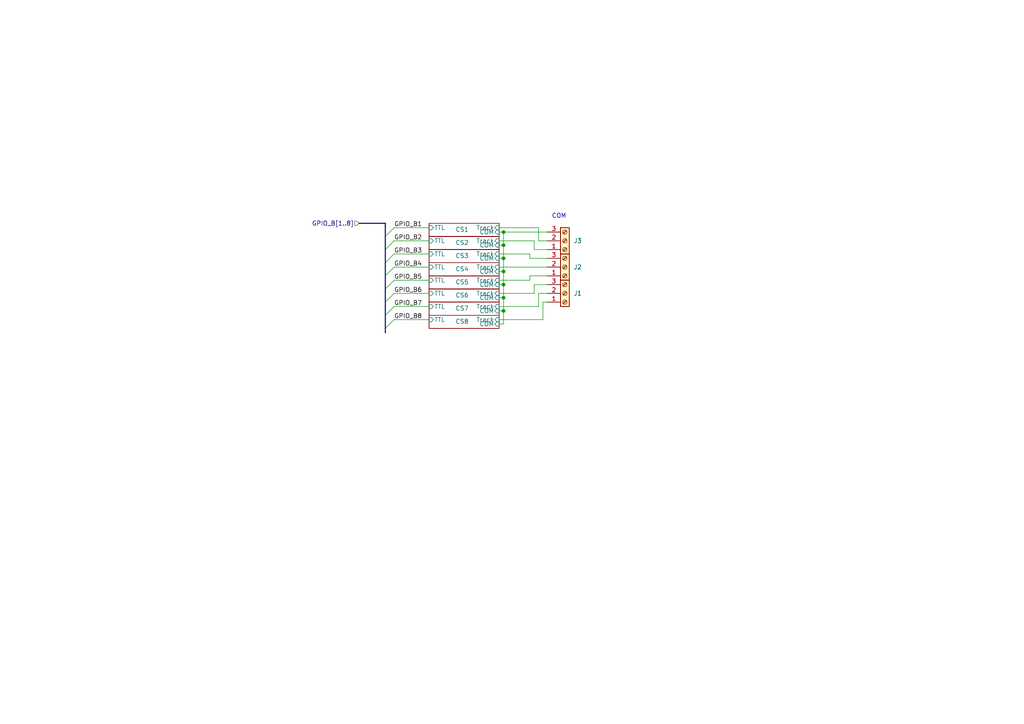
<source format=kicad_sch>
(kicad_sch (version 20231120) (generator "eeschema") (generator_version "8.0")
  (paper "A4")
  (lib_symbols
    (symbol "Connector:Screw_Terminal_01x03" (pin_names (offset 1.016) hide)
      (property "Reference" "J" (at 0 5.08 0))
      (property "Value" "Screw_Terminal_01x03" (at 0 -5.08 0))
      (symbol "Screw_Terminal_01x03_1_1"
        (rectangle (start -1.27 3.81) (end 1.27 -3.81) (stroke (width 0.254)) (fill (type background)))
        (circle (center 0 -2.54) (radius 0.635) (stroke (width 0.1524)))
        (polyline (pts (xy -0.5334 -2.2098) (xy 0.3302 -3.048)) (stroke (width 0.1524)))
        (polyline (pts (xy -0.5334 0.3302) (xy 0.3302 -0.508)) (stroke (width 0.1524)))
        (polyline (pts (xy -0.5334 2.8702) (xy 0.3302 2.032)) (stroke (width 0.1524)))
        (polyline (pts (xy -0.3556 -2.032) (xy 0.508 -2.8702)) (stroke (width 0.1524)))
        (polyline (pts (xy -0.3556 0.508) (xy 0.508 -0.3302)) (stroke (width 0.1524)))
        (polyline (pts (xy -0.3556 3.048) (xy 0.508 2.2098)) (stroke (width 0.1524)))
        (circle (center 0 0) (radius 0.635) (stroke (width 0.1524)))
        (circle (center 0 2.54) (radius 0.635) (stroke (width 0.1524)))
        (pin passive line (at -5.08 2.54 0) (length 3.81) (name "Pin_1") (number "1"))
        (pin passive line (at -5.08 0 0) (length 3.81) (name "Pin_2") (number "2"))
        (pin passive line (at -5.08 -2.54 0) (length 3.81) (name "Pin_3") (number "3"))
      )
    )
  )
  (junction (at 146.05 78.74))
  (junction (at 146.05 86.36))
  (junction (at 146.05 67.31))
  (junction (at 146.05 71.12))
  (junction (at 146.05 74.93))
  (junction (at 146.05 90.17))
  (junction (at 146.05 82.55))
  (bus_entry (at 114.3 85.09) (size -2.54 2.54))
  (bus_entry (at 114.3 77.47) (size -2.54 2.54))
  (bus_entry (at 114.3 66.04) (size -2.54 2.54))
  (bus_entry (at 114.3 88.9) (size -2.54 2.54))
  (bus_entry (at 114.3 92.71) (size -2.54 2.54))
  (bus_entry (at 114.3 81.28) (size -2.54 2.54))
  (bus_entry (at 114.3 69.85) (size -2.54 2.54))
  (bus_entry (at 114.3 73.66) (size -2.54 2.54))
  (wire (pts (xy 144.78 73.66) (xy 153.67 73.66)))
  (wire (pts (xy 146.05 71.12) (xy 146.05 74.93)))
  (wire (pts (xy 124.46 85.09) (xy 114.3 85.09)))
  (wire (pts (xy 146.05 86.36) (xy 146.05 90.17)))
  (wire (pts (xy 156.21 85.09) (xy 158.75 85.09)))
  (wire (pts (xy 153.67 74.93) (xy 158.75 74.93)))
  (wire (pts (xy 156.21 66.04) (xy 156.21 69.85)))
  (wire (pts (xy 124.46 88.9) (xy 114.3 88.9)))
  (wire (pts (xy 146.05 74.93) (xy 144.78 74.93)))
  (wire (pts (xy 146.05 71.12) (xy 144.78 71.12)))
  (wire (pts (xy 156.21 69.85) (xy 158.75 69.85)))
  (wire (pts (xy 124.46 73.66) (xy 114.3 73.66)))
  (bus (pts (xy 111.76 76.2) (xy 111.76 80.01)))
  (bus (pts (xy 111.76 68.58) (xy 111.76 72.39)))
  (wire (pts (xy 146.05 74.93) (xy 146.05 78.74)))
  (wire (pts (xy 153.67 73.66) (xy 153.67 74.93)))
  (wire (pts (xy 144.78 69.85) (xy 154.94 69.85)))
  (bus (pts (xy 111.76 64.77) (xy 111.76 68.58)))
  (wire (pts (xy 146.05 67.31) (xy 158.75 67.31)))
  (wire (pts (xy 146.05 86.36) (xy 144.78 86.36)))
  (bus (pts (xy 111.76 64.77) (xy 104.14 64.77)))
  (wire (pts (xy 144.78 77.47) (xy 158.75 77.47)))
  (wire (pts (xy 157.48 92.71) (xy 157.48 87.63)))
  (bus (pts (xy 111.76 87.63) (xy 111.76 91.44)))
  (wire (pts (xy 144.78 67.31) (xy 146.05 67.31)))
  (wire (pts (xy 146.05 82.55) (xy 146.05 86.36)))
  (wire (pts (xy 144.78 66.04) (xy 156.21 66.04)))
  (wire (pts (xy 153.67 81.28) (xy 153.67 80.01)))
  (wire (pts (xy 156.21 88.9) (xy 156.21 85.09)))
  (wire (pts (xy 146.05 90.17) (xy 144.78 90.17)))
  (wire (pts (xy 124.46 69.85) (xy 114.3 69.85)))
  (wire (pts (xy 154.94 82.55) (xy 158.75 82.55)))
  (wire (pts (xy 124.46 81.28) (xy 114.3 81.28)))
  (bus (pts (xy 111.76 72.39) (xy 111.76 76.2)))
  (wire (pts (xy 124.46 66.04) (xy 114.3 66.04)))
  (wire (pts (xy 144.78 88.9) (xy 156.21 88.9)))
  (wire (pts (xy 154.94 69.85) (xy 154.94 72.39)))
  (wire (pts (xy 154.94 85.09) (xy 154.94 82.55)))
  (bus (pts (xy 111.76 83.82) (xy 111.76 87.63)))
  (wire (pts (xy 146.05 90.17) (xy 146.05 93.98)))
  (wire (pts (xy 124.46 92.71) (xy 114.3 92.71)))
  (wire (pts (xy 124.46 77.47) (xy 114.3 77.47)))
  (wire (pts (xy 154.94 72.39) (xy 158.75 72.39)))
  (wire (pts (xy 146.05 67.31) (xy 146.05 71.12)))
  (wire (pts (xy 144.78 92.71) (xy 157.48 92.71)))
  (wire (pts (xy 144.78 81.28) (xy 153.67 81.28)))
  (wire (pts (xy 144.78 85.09) (xy 154.94 85.09)))
  (bus (pts (xy 111.76 91.44) (xy 111.76 95.25)))
  (bus (pts (xy 111.76 95.25) (xy 111.76 96.52)))
  (wire (pts (xy 153.67 80.01) (xy 158.75 80.01)))
  (wire (pts (xy 157.48 87.63) (xy 158.75 87.63)))
  (bus (pts (xy 111.76 80.01) (xy 111.76 83.82)))
  (wire (pts (xy 146.05 82.55) (xy 144.78 82.55)))
  (wire (pts (xy 146.05 93.98) (xy 144.78 93.98)))
  (wire (pts (xy 146.05 78.74) (xy 146.05 82.55)))
  (wire (pts (xy 146.05 78.74) (xy 144.78 78.74)))
  (text "COM" (at 160.02 63.5 0) (effects (font (size 1.27 1.27)) (justify left bottom)))
  (label "GPIO_B6" (at 114.3 85.09 0))
  (label "GPIO_B1" (at 114.3 66.04 0))
  (label "GPIO_B3" (at 114.3 73.66 0))
  (label "GPIO_B2" (at 114.3 69.85 0))
  (label "GPIO_B8" (at 114.3 92.71 0))
  (label "GPIO_B4" (at 114.3 77.47 0))
  (label "GPIO_B7" (at 114.3 88.9 0))
  (label "GPIO_B5" (at 114.3 81.28 0))
  (hierarchical_label "GPIO_B[1..8]" (shape input) (at 104.14 64.77 180))
  (symbol (lib_id "Connector:Screw_Terminal_01x03") (at 163.83 69.85 0) (mirror x) (unit 1)
    (property "Reference" "J3" (at 166.37 69.85 0) (effects (justify left)))
    (property "Value" "Screw_Terminal_01x03" (effects (hide yes)))
    (property "Footprint" "TerminalBlock_Phoenix:TerminalBlock_Phoenix_MKDS-1,5-3-5.08_1x03_P5.08mm_Horizontal" (effects (hide yes)))
    (property "JLCPCB Part#" "C557666" (effects (hide yes)))
    (instances (project "occupancyDecoder_CS" (path "" (reference "J3") (unit 1))) (project "OS-S88n" (path "" (reference "J101") (unit 1))))
  )
  (symbol (lib_id "Connector:Screw_Terminal_01x03") (at 163.83 77.47 0) (mirror x) (unit 1)
    (property "Reference" "J2" (at 166.37 77.47 0) (effects (justify left)))
    (property "Value" "Screw_Terminal_01x03" (effects (hide yes)))
    (property "Footprint" "TerminalBlock_Phoenix:TerminalBlock_Phoenix_MKDS-1,5-3-5.08_1x03_P5.08mm_Horizontal" (effects (hide yes)))
    (property "JLCPCB Part#" "C557666" (effects (hide yes)))
    (instances (project "occupancyDecoder_CS" (path "" (reference "J2") (unit 1))) (project "OS-S88n" (path "" (reference "J101") (unit 1))))
  )
  (symbol (lib_id "Connector:Screw_Terminal_01x03") (at 163.83 85.09 0) (mirror x) (unit 1)
    (property "Reference" "J1" (at 166.37 85.09 0) (effects (justify left)))
    (property "Value" "Screw_Terminal_01x03" (effects (hide yes)))
    (property "Footprint" "TerminalBlock_Phoenix:TerminalBlock_Phoenix_MKDS-1,5-3-5.08_1x03_P5.08mm_Horizontal" (effects (hide yes)))
    (property "JLCPCB Part#" "C557666" (effects (hide yes)))
    (instances (project "occupancyDecoder_CS" (path "" (reference "J1") (unit 1))) (project "OS-S88n" (path "" (reference "J101") (unit 1))))
  )
  (sheet (at 124.46 76.2) (size 20.32 3.81) (stroke (width 0.1524))
    (property "Sheetname" "CS4" (at 132.08 78.74 0) (effects (justify left bottom)))
    (property "Sheetfile" "currentSense.kicad_sch" (effects (hide yes)))
    (pin "Track" input (at 144.78 77.47 0))
    (pin "COM" input (at 144.78 78.74 0))
    (pin "TTL" input (at 124.46 77.47 180))
  )
  (sheet (at 124.46 72.39) (size 20.32 3.81) (stroke (width 0.1524))
    (property "Sheetname" "CS3" (at 132.08 74.93 0) (effects (justify left bottom)))
    (property "Sheetfile" "currentSense.kicad_sch" (effects (hide yes)))
    (pin "Track" input (at 144.78 73.66 0))
    (pin "COM" input (at 144.78 74.93 0))
    (pin "TTL" input (at 124.46 73.66 180))
  )
  (sheet (at 124.46 83.82) (size 20.32 3.81) (stroke (width 0.1524))
    (property "Sheetname" "CS6" (at 132.08 86.36 0) (effects (justify left bottom)))
    (property "Sheetfile" "currentSense.kicad_sch" (effects (hide yes)))
    (pin "Track" input (at 144.78 85.09 0))
    (pin "COM" input (at 144.78 86.36 0))
    (pin "TTL" input (at 124.46 85.09 180))
  )
  (sheet (at 124.46 64.77) (size 20.32 3.81) (stroke (width 0.1524))
    (property "Sheetname" "CS1" (at 132.08 67.31 0) (effects (justify left bottom)))
    (property "Sheetfile" "currentSense.kicad_sch" (effects (hide yes)))
    (pin "Track" input (at 144.78 66.04 0))
    (pin "COM" input (at 144.78 67.31 0))
    (pin "TTL" input (at 124.46 66.04 180))
  )
  (sheet (at 124.46 87.63) (size 20.32 3.81) (stroke (width 0.1524))
    (property "Sheetname" "CS7" (at 132.08 90.17 0) (effects (justify left bottom)))
    (property "Sheetfile" "currentSense.kicad_sch" (effects (hide yes)))
    (pin "Track" input (at 144.78 88.9 0))
    (pin "COM" input (at 144.78 90.17 0))
    (pin "TTL" input (at 124.46 88.9 180))
  )
  (sheet (at 124.46 91.44) (size 20.32 3.81) (stroke (width 0.1524))
    (property "Sheetname" "CS8" (at 132.08 93.98 0) (effects (justify left bottom)))
    (property "Sheetfile" "currentSense.kicad_sch" (effects (hide yes)))
    (pin "Track" input (at 144.78 92.71 0))
    (pin "COM" input (at 144.78 93.98 0))
    (pin "TTL" input (at 124.46 92.71 180))
  )
  (sheet (at 124.46 80.01) (size 20.32 3.81) (stroke (width 0.1524))
    (property "Sheetname" "CS5" (at 132.08 82.55 0) (effects (justify left bottom)))
    (property "Sheetfile" "currentSense.kicad_sch" (effects (hide yes)))
    (pin "Track" input (at 144.78 81.28 0))
    (pin "COM" input (at 144.78 82.55 0))
    (pin "TTL" input (at 124.46 81.28 180))
  )
  (sheet (at 124.46 68.58) (size 20.32 3.81) (stroke (width 0.1524))
    (property "Sheetname" "CS2" (at 132.08 71.12 0) (effects (justify left bottom)))
    (property "Sheetfile" "currentSense.kicad_sch" (effects (hide yes)))
    (pin "Track" input (at 144.78 69.85 0))
    (pin "COM" input (at 144.78 71.12 0))
    (pin "TTL" input (at 124.46 69.85 180))
  )
)
</source>
